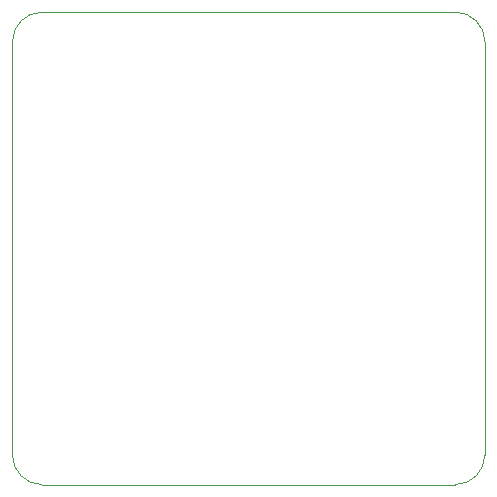
<source format=gbr>
%TF.GenerationSoftware,KiCad,Pcbnew,8.0.6*%
%TF.CreationDate,2025-09-02T14:19:08+02:00*%
%TF.ProjectId,atmos-fc,61746d6f-732d-4666-932e-6b696361645f,rev?*%
%TF.SameCoordinates,Original*%
%TF.FileFunction,Profile,NP*%
%FSLAX46Y46*%
G04 Gerber Fmt 4.6, Leading zero omitted, Abs format (unit mm)*
G04 Created by KiCad (PCBNEW 8.0.6) date 2025-09-02 14:19:08*
%MOMM*%
%LPD*%
G01*
G04 APERTURE LIST*
%TA.AperFunction,Profile*%
%ADD10C,0.100000*%
%TD*%
G04 APERTURE END LIST*
D10*
X119250000Y-88250000D02*
G75*
G02*
X121750000Y-85750000I2500000J0D01*
G01*
X121750000Y-125750000D02*
X156750000Y-125750000D01*
X159250000Y-123250000D02*
X159250000Y-88250000D01*
X156750000Y-85750000D02*
G75*
G02*
X159250000Y-88250000I0J-2500000D01*
G01*
X119250000Y-123250000D02*
X119250000Y-88250000D01*
X159250000Y-123250000D02*
G75*
G02*
X156750000Y-125750000I-2500000J0D01*
G01*
X121750000Y-125750000D02*
G75*
G02*
X119250000Y-123250000I0J2500000D01*
G01*
X121750000Y-85750000D02*
X156750000Y-85750000D01*
M02*

</source>
